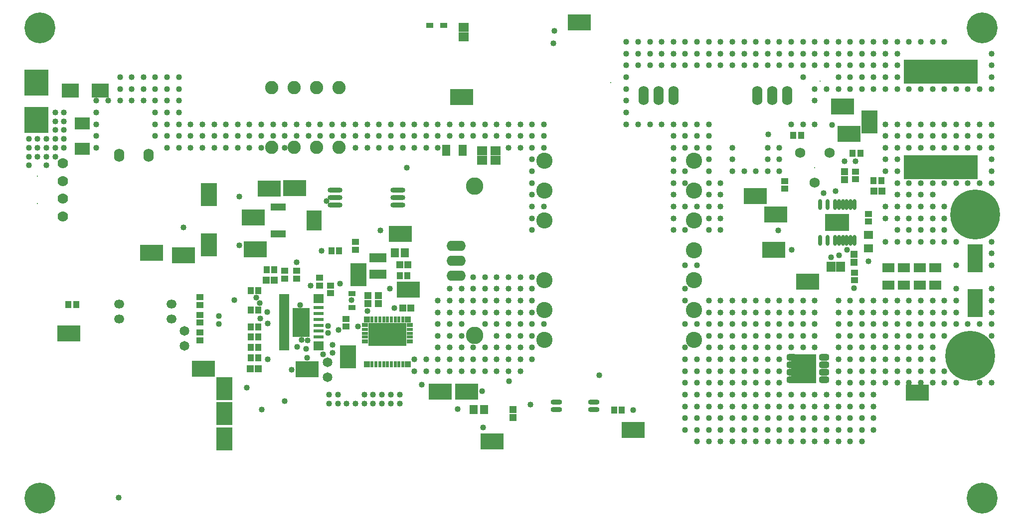
<source format=gbr>
%TF.GenerationSoftware,Altium Limited,Altium Designer,19.0.10 (269)*%
G04 Layer_Color=8388736*
%FSLAX26Y26*%
%MOIN*%
%TF.FileFunction,Soldermask,Top*%
%TF.Part,Single*%
G01*
G75*
%TA.AperFunction,ComponentPad*%
%ADD61C,0.007874*%
%TA.AperFunction,ViaPad*%
%ADD67C,0.047244*%
%TA.AperFunction,SMDPad,CuDef*%
%ADD85R,0.043465X0.047402*%
%ADD87R,0.047402X0.043465*%
%ADD88R,0.065118X0.061181*%
%ADD91R,0.057244X0.074961*%
%ADD93R,0.045433X0.049370*%
%ADD97R,0.055276X0.063150*%
%ADD100R,0.049370X0.035591*%
%TA.AperFunction,ComponentPad*%
%ADD101C,0.069055*%
%ADD102C,0.010000*%
%ADD103C,0.088740*%
%ADD104C,0.116299*%
%ADD105O,0.128110X0.069055*%
%ADD106C,0.070000*%
%ADD107C,0.065118*%
%ADD108O,0.069055X0.088740*%
%ADD109O,0.069055X0.128110*%
%ADD110C,0.108425*%
%TA.AperFunction,ViaPad*%
%ADD111C,0.040000*%
%ADD112C,0.033622*%
%ADD113C,0.206850*%
%TA.AperFunction,SMDPad,CuDef*%
%ADD118O,0.027716X0.072992*%
%ADD119R,0.161969X0.117874*%
%ADD120R,0.160000X0.176929*%
%ADD121R,0.495039X0.160591*%
%ADD122R,0.157606X0.106425*%
%ADD123R,0.100000X0.080000*%
%ADD124R,0.171417X0.193465*%
G04:AMPARAMS|DCode=125|XSize=43.465mil|YSize=67.087mil|CornerRadius=13.366mil|HoleSize=0mil|Usage=FLASHONLY|Rotation=90.000|XOffset=0mil|YOffset=0mil|HoleType=Round|Shape=RoundedRectangle|*
%AMROUNDEDRECTD125*
21,1,0.043465,0.040354,0,0,90.0*
21,1,0.016732,0.067087,0,0,90.0*
1,1,0.026732,0.020177,0.008366*
1,1,0.026732,0.020177,-0.008366*
1,1,0.026732,-0.020177,-0.008366*
1,1,0.026732,-0.020177,0.008366*
%
%ADD125ROUNDEDRECTD125*%
%ADD126R,0.106425X0.157606*%
%ADD127C,0.332835*%
%ADD128O,0.098583X0.035591*%
%ADD129R,0.039370X0.031496*%
%ADD130R,0.251969X0.155512*%
%ADD131R,0.039370X0.039370*%
%ADD132R,0.023622X0.039370*%
%ADD133R,0.039370X0.023622*%
%ADD134R,0.100551X0.189134*%
%ADD135R,0.061181X0.065118*%
%ADD136R,0.049370X0.045433*%
%ADD137R,0.061181X0.053307*%
%ADD138O,0.076929X0.033622*%
%ADD139R,0.116299X0.096614*%
%ADD140R,0.102520X0.137953*%
%ADD141R,0.102520X0.049370*%
%ADD142R,0.116299X0.197008*%
%ADD143R,0.067087X0.021811*%
%ADD144R,0.051181X0.037402*%
%ADD145O,0.069055X0.057244*%
%ADD146R,0.116299X0.061181*%
%ADD147R,0.080866X0.061181*%
D61*
X2409409Y1291181D02*
D03*
X2450748Y1228189D02*
D03*
Y1259685D02*
D03*
Y1291181D02*
D03*
Y1322677D02*
D03*
Y1354173D02*
D03*
X2497598D02*
D03*
Y1322677D02*
D03*
Y1291181D02*
D03*
Y1259685D02*
D03*
Y1228189D02*
D03*
X2544449D02*
D03*
Y1259685D02*
D03*
Y1291181D02*
D03*
Y1322677D02*
D03*
Y1354173D02*
D03*
X2591299D02*
D03*
Y1322677D02*
D03*
Y1291181D02*
D03*
Y1259685D02*
D03*
Y1228189D02*
D03*
X2632638Y1291181D02*
D03*
D67*
X6417323Y1148622D02*
D03*
X6448819Y2094734D02*
D03*
D85*
X5683071Y2505905D02*
D03*
X5631890D02*
D03*
X5822588Y2323002D02*
D03*
X5771407D02*
D03*
X5234252Y2625984D02*
D03*
X5285433D02*
D03*
X1764764Y1727579D02*
D03*
X1713582D02*
D03*
X2197126Y1854331D02*
D03*
X2145945D02*
D03*
X1606299Y1584981D02*
D03*
X1657480D02*
D03*
X1606299Y1456693D02*
D03*
X1657480D02*
D03*
X1606299Y1342520D02*
D03*
X1657480D02*
D03*
X1606299Y1277559D02*
D03*
X1657480D02*
D03*
X1606299Y1206526D02*
D03*
X1657480D02*
D03*
X1606299Y1135492D02*
D03*
X1657480D02*
D03*
X438976Y1492126D02*
D03*
X387795D02*
D03*
X2653957Y1687008D02*
D03*
X2602776D02*
D03*
X4088583Y787402D02*
D03*
X4037402D02*
D03*
D87*
X2141732Y1620079D02*
D03*
Y1568898D02*
D03*
X5648957Y2332677D02*
D03*
Y2383858D02*
D03*
X5642947Y1706693D02*
D03*
Y1655512D02*
D03*
X5736221Y2100394D02*
D03*
Y2049213D02*
D03*
X5177165Y2319892D02*
D03*
Y2268711D02*
D03*
X1913386Y1667323D02*
D03*
Y1718504D02*
D03*
X1834646Y1667323D02*
D03*
Y1718504D02*
D03*
X2244095Y1346210D02*
D03*
Y1397391D02*
D03*
X2307086Y1911417D02*
D03*
Y1860236D02*
D03*
X1265748Y1490236D02*
D03*
Y1541417D02*
D03*
Y1423307D02*
D03*
Y1372126D02*
D03*
Y1305197D02*
D03*
Y1254016D02*
D03*
X2067913Y1620368D02*
D03*
Y1671549D02*
D03*
D88*
X3244095Y2521496D02*
D03*
Y2458504D02*
D03*
X3153543Y2523622D02*
D03*
Y2460630D02*
D03*
X3031496Y3350394D02*
D03*
Y3287401D02*
D03*
D91*
X3023622Y2527559D02*
D03*
X2913386D02*
D03*
D93*
X5772638Y2251968D02*
D03*
X5825787D02*
D03*
X1762628Y1656545D02*
D03*
X1709478D02*
D03*
X1605315Y1064458D02*
D03*
X1658465D02*
D03*
X2678406Y1468504D02*
D03*
X2625256D02*
D03*
X2603347Y1759842D02*
D03*
X2656496D02*
D03*
D97*
X3165402Y787825D02*
D03*
X3096504D02*
D03*
X2569065Y1838750D02*
D03*
X2637963D02*
D03*
D100*
X2895669Y3362992D02*
D03*
X2805118D02*
D03*
D101*
X5377953Y2311024D02*
D03*
X5279528Y2507874D02*
D03*
X5476378D02*
D03*
D102*
X5377953Y2409449D02*
D03*
X180315Y2353543D02*
D03*
Y2168504D02*
D03*
X5412118Y2988360D02*
D03*
X4012118Y2978360D02*
D03*
D103*
X2197638Y2947244D02*
D03*
Y2547244D02*
D03*
X1897638Y2947244D02*
D03*
X2047638D02*
D03*
Y2547244D02*
D03*
X1897638D02*
D03*
X1747638Y2947244D02*
D03*
Y2547244D02*
D03*
D104*
X3104338Y1285819D02*
D03*
Y2285819D02*
D03*
D105*
X2980315Y1685827D02*
D03*
Y1785827D02*
D03*
Y1885827D02*
D03*
D106*
X350394Y2438189D02*
D03*
Y2320079D02*
D03*
Y2201968D02*
D03*
Y2083858D02*
D03*
D107*
X1165354Y1216535D02*
D03*
Y1316535D02*
D03*
X2121581Y1006299D02*
D03*
Y1106299D02*
D03*
D108*
X925197Y2491340D02*
D03*
X728346D02*
D03*
D109*
X5192126Y2892697D02*
D03*
X5092126D02*
D03*
X4992126D02*
D03*
X4232126D02*
D03*
X4332126D02*
D03*
X4432126D02*
D03*
D110*
X4570541Y2456546D02*
D03*
Y2256546D02*
D03*
Y2056546D02*
D03*
Y1856545D02*
D03*
Y1656545D02*
D03*
Y1456545D02*
D03*
Y1256545D02*
D03*
X3570541D02*
D03*
Y1456545D02*
D03*
Y1656545D02*
D03*
Y2056546D02*
D03*
Y2256546D02*
D03*
Y2456546D02*
D03*
D111*
X2081693Y1854331D02*
D03*
X3938568Y1019685D02*
D03*
X3476378Y821685D02*
D03*
X3566932Y1362206D02*
D03*
X3488191Y1677167D02*
D03*
Y1598427D02*
D03*
Y1519686D02*
D03*
Y1440946D02*
D03*
Y1362206D02*
D03*
Y1283466D02*
D03*
Y1204726D02*
D03*
Y1125985D02*
D03*
X3409451Y1677167D02*
D03*
Y1598427D02*
D03*
Y1519686D02*
D03*
Y1440946D02*
D03*
Y1362206D02*
D03*
Y1283466D02*
D03*
Y1204726D02*
D03*
Y1125985D02*
D03*
Y1047245D02*
D03*
X3330711Y1677167D02*
D03*
Y1598427D02*
D03*
Y1519686D02*
D03*
Y1440946D02*
D03*
Y1362206D02*
D03*
Y1283466D02*
D03*
Y1204726D02*
D03*
Y1125985D02*
D03*
Y1047245D02*
D03*
X3251971Y1677167D02*
D03*
Y1598427D02*
D03*
Y1519686D02*
D03*
Y1440946D02*
D03*
Y1362206D02*
D03*
Y1283466D02*
D03*
Y1204726D02*
D03*
Y1125985D02*
D03*
Y1047245D02*
D03*
X3173231Y1677167D02*
D03*
Y1598427D02*
D03*
Y1519686D02*
D03*
Y1440946D02*
D03*
Y1362206D02*
D03*
Y1204726D02*
D03*
Y1125985D02*
D03*
Y1047245D02*
D03*
X3094490Y1677167D02*
D03*
Y1598427D02*
D03*
Y1519686D02*
D03*
Y1440946D02*
D03*
Y1204726D02*
D03*
Y1125985D02*
D03*
Y1047245D02*
D03*
X3015750Y1598427D02*
D03*
Y1519686D02*
D03*
Y1440946D02*
D03*
Y1362206D02*
D03*
Y1283466D02*
D03*
Y1204726D02*
D03*
Y1125985D02*
D03*
Y1047245D02*
D03*
X2937010Y1598427D02*
D03*
Y1519686D02*
D03*
Y1440946D02*
D03*
Y1362206D02*
D03*
Y1283466D02*
D03*
Y1204726D02*
D03*
Y1125985D02*
D03*
Y1047245D02*
D03*
X2858270Y1519686D02*
D03*
Y1440946D02*
D03*
Y1362206D02*
D03*
Y1283466D02*
D03*
Y1204726D02*
D03*
Y1125985D02*
D03*
Y1047245D02*
D03*
X2779530Y1125985D02*
D03*
Y1047245D02*
D03*
X2700789Y1125985D02*
D03*
Y1047245D02*
D03*
X3155000Y912000D02*
D03*
X725000Y199000D02*
D03*
X5535437Y1125985D02*
D03*
X5486105Y1809170D02*
D03*
X1917319Y1208659D02*
D03*
X1496063Y1523622D02*
D03*
X5377956Y2858270D02*
D03*
X5456696Y3173231D02*
D03*
X5377956D02*
D03*
X4433074Y3094490D02*
D03*
Y3173231D02*
D03*
X4196853Y3094490D02*
D03*
X4275593D02*
D03*
X4984255D02*
D03*
Y3173231D02*
D03*
X5141736Y3094490D02*
D03*
X5220476D02*
D03*
Y3173231D02*
D03*
X5299216Y2700789D02*
D03*
X2279523Y1521501D02*
D03*
X2566929Y1468504D02*
D03*
X1984252Y1137795D02*
D03*
X1157480Y2007874D02*
D03*
X1531496Y2216535D02*
D03*
X1988189Y1251968D02*
D03*
X2153539Y1224407D02*
D03*
Y1169289D02*
D03*
X2751968Y956693D02*
D03*
X5492126Y2696850D02*
D03*
X5222441Y1858268D02*
D03*
X5437008Y2240157D02*
D03*
X5133858Y1988189D02*
D03*
X2535433Y1598425D02*
D03*
X2472441Y1988189D02*
D03*
X2114169Y2185035D02*
D03*
X1678912Y790354D02*
D03*
X1881890Y1055118D02*
D03*
X1578740Y937008D02*
D03*
X1719247Y1127209D02*
D03*
X1531496Y1890640D02*
D03*
X1669288Y1399013D02*
D03*
X1913386Y1775508D02*
D03*
X2204724Y1633858D02*
D03*
X2322843Y1346461D02*
D03*
X2192913Y1322835D02*
D03*
X1720473Y1366142D02*
D03*
X1718011Y1443014D02*
D03*
X1667323Y1503937D02*
D03*
X2385827Y1448819D02*
D03*
X5614177Y1125985D02*
D03*
X5535437Y1204726D02*
D03*
X5614177D02*
D03*
X5377956Y1519686D02*
D03*
X5535437Y1440946D02*
D03*
X5377956D02*
D03*
X5299216D02*
D03*
X5220476Y1519686D02*
D03*
Y1440946D02*
D03*
X5299216Y1519686D02*
D03*
X5535437D02*
D03*
X6086618Y1283466D02*
D03*
Y1047245D02*
D03*
X6007878Y1440946D02*
D03*
X6244098Y1283466D02*
D03*
X6086618Y1125985D02*
D03*
X5614177Y1283466D02*
D03*
X5692917Y811025D02*
D03*
X5929138Y1283466D02*
D03*
X6480319Y1362206D02*
D03*
X5929138Y1125985D02*
D03*
X6086618Y1519686D02*
D03*
X5692917Y732284D02*
D03*
X5850397Y968505D02*
D03*
X5929138Y1047245D02*
D03*
X5535437Y1362206D02*
D03*
X5614177Y574804D02*
D03*
X5771657Y811025D02*
D03*
X6559059Y1440946D02*
D03*
X5850397Y1047245D02*
D03*
X5535437Y653544D02*
D03*
Y732284D02*
D03*
X5771657Y1125985D02*
D03*
X5850397Y1440946D02*
D03*
X6559059Y1362206D02*
D03*
X5771657D02*
D03*
X5535437Y811025D02*
D03*
X5692917Y574804D02*
D03*
X5456696Y889765D02*
D03*
X4984255Y2385829D02*
D03*
X6007878Y1204726D02*
D03*
X5771657Y653544D02*
D03*
X6244098Y1440946D02*
D03*
X5614177Y968505D02*
D03*
X5062995Y2464569D02*
D03*
X5850397Y1362206D02*
D03*
X6007878Y1519686D02*
D03*
X5535437Y1047245D02*
D03*
X6244098D02*
D03*
X6165358Y1204726D02*
D03*
X5692917Y889765D02*
D03*
X6165358Y1283466D02*
D03*
X4826775Y2543309D02*
D03*
X5614177Y1362206D02*
D03*
X6086618Y1204726D02*
D03*
X5929138D02*
D03*
X5771657Y1440946D02*
D03*
X4826775Y2464569D02*
D03*
X5929138Y1519686D02*
D03*
X6165358Y1047245D02*
D03*
X5771657Y1519686D02*
D03*
X6559059Y1283466D02*
D03*
X5535437Y574804D02*
D03*
X5771657Y1204726D02*
D03*
X6165358Y1125985D02*
D03*
X5692917D02*
D03*
X6007878Y1283466D02*
D03*
X6086618Y1362206D02*
D03*
X6244098D02*
D03*
X5062995Y2385829D02*
D03*
X6007878Y968505D02*
D03*
X5692917Y1204726D02*
D03*
X5535437Y968505D02*
D03*
X6559059D02*
D03*
X5535437Y1283466D02*
D03*
X5456696Y574804D02*
D03*
X6322839Y1440946D02*
D03*
X5141736Y2385829D02*
D03*
X6401579Y1362206D02*
D03*
X5614177Y653544D02*
D03*
X5456696Y811025D02*
D03*
X5692917Y1440946D02*
D03*
X6559059Y1519686D02*
D03*
X5692917Y1362206D02*
D03*
X5771657Y1283466D02*
D03*
X5456696Y653544D02*
D03*
X5929138Y1440946D02*
D03*
X5850397Y1283466D02*
D03*
X6244098Y1519686D02*
D03*
X5614177Y811025D02*
D03*
X5141736Y2543309D02*
D03*
X5692917Y653544D02*
D03*
X5614177Y889765D02*
D03*
X5850397Y1519686D02*
D03*
X5929138Y968505D02*
D03*
X6165358Y1440946D02*
D03*
X6086618Y968505D02*
D03*
X5692917D02*
D03*
X5771657Y732284D02*
D03*
X5614177Y1440946D02*
D03*
X6007878Y1125985D02*
D03*
X4905515Y2385829D02*
D03*
X6322839Y968505D02*
D03*
X6165358D02*
D03*
X6322839Y1598427D02*
D03*
X5141736Y2464569D02*
D03*
X5614177Y1047245D02*
D03*
X5535437Y889765D02*
D03*
X6244098Y968505D02*
D03*
X5850397Y1125985D02*
D03*
X6322839Y1519686D02*
D03*
X6480319Y968505D02*
D03*
X5850397Y1204726D02*
D03*
X5929138Y1362206D02*
D03*
X5614177Y732284D02*
D03*
X6165358Y1519686D02*
D03*
X5771657Y889765D02*
D03*
Y1047245D02*
D03*
X6559059Y1598427D02*
D03*
X5456696Y732284D02*
D03*
X5692917Y1047245D02*
D03*
X6007878D02*
D03*
X5692917Y1283466D02*
D03*
X5771657Y968505D02*
D03*
X6007878Y1362206D02*
D03*
X4826775Y2385829D02*
D03*
X6165358Y1362206D02*
D03*
X5062995Y2543309D02*
D03*
X5692917Y1519686D02*
D03*
X6322839Y1362206D02*
D03*
X5614177Y1519686D02*
D03*
X6086618Y1440946D02*
D03*
X358267Y2779526D02*
D03*
Y2720471D02*
D03*
Y2661416D02*
D03*
Y2602361D02*
D03*
Y2543306D02*
D03*
X299212Y2779526D02*
D03*
Y2720471D02*
D03*
Y2661416D02*
D03*
Y2602361D02*
D03*
Y2543306D02*
D03*
Y2484251D02*
D03*
X240157Y2602361D02*
D03*
Y2543306D02*
D03*
Y2484251D02*
D03*
Y2425196D02*
D03*
X181102Y2602361D02*
D03*
Y2543306D02*
D03*
Y2484251D02*
D03*
X122047Y2602361D02*
D03*
Y2543306D02*
D03*
Y2484251D02*
D03*
Y2425196D02*
D03*
X2602361Y889763D02*
D03*
Y830708D02*
D03*
X2543306Y889763D02*
D03*
Y830708D02*
D03*
X2484251Y889763D02*
D03*
Y830708D02*
D03*
X2425196Y889763D02*
D03*
Y830708D02*
D03*
X2366141Y889763D02*
D03*
Y830708D02*
D03*
X2307086D02*
D03*
X2248030D02*
D03*
X2188975Y889763D02*
D03*
Y830708D02*
D03*
X2129920Y889763D02*
D03*
Y830708D02*
D03*
X3566932Y2700789D02*
D03*
Y2622049D02*
D03*
Y2543309D02*
D03*
Y2149608D02*
D03*
X3488191Y2700789D02*
D03*
Y2622049D02*
D03*
Y2543309D02*
D03*
Y2464569D02*
D03*
Y2385829D02*
D03*
Y2307088D02*
D03*
Y2228348D02*
D03*
Y2149608D02*
D03*
Y2070868D02*
D03*
Y1992128D02*
D03*
X3409451Y2700789D02*
D03*
Y2622049D02*
D03*
Y2543309D02*
D03*
X3330711Y2700789D02*
D03*
Y2622049D02*
D03*
Y2543309D02*
D03*
X3251971Y2700789D02*
D03*
Y2622049D02*
D03*
X3173231Y2700789D02*
D03*
Y2622049D02*
D03*
X3094490Y2700789D02*
D03*
Y2622049D02*
D03*
X3015750Y2700789D02*
D03*
Y2622049D02*
D03*
X2937010Y2700789D02*
D03*
Y2622049D02*
D03*
X2858270Y2700789D02*
D03*
Y2622049D02*
D03*
Y2543309D02*
D03*
X2779530Y2700789D02*
D03*
Y2622049D02*
D03*
Y2543309D02*
D03*
X2700789Y2700789D02*
D03*
Y2622049D02*
D03*
Y2543309D02*
D03*
X2622049Y2700789D02*
D03*
Y2622049D02*
D03*
Y2543309D02*
D03*
X2543309Y2700789D02*
D03*
Y2622049D02*
D03*
Y2543309D02*
D03*
X2464569Y2700789D02*
D03*
Y2622049D02*
D03*
Y2543309D02*
D03*
X2385829Y2700789D02*
D03*
Y2622049D02*
D03*
Y2543309D02*
D03*
X2307088Y2700789D02*
D03*
Y2622049D02*
D03*
Y2543309D02*
D03*
X2228348Y2700789D02*
D03*
Y2622049D02*
D03*
X2149608Y2700789D02*
D03*
Y2622049D02*
D03*
X2070868Y2700789D02*
D03*
Y2622049D02*
D03*
X1992128Y2700789D02*
D03*
Y2622049D02*
D03*
X1913387Y2700789D02*
D03*
Y2622049D02*
D03*
X1834647Y2700789D02*
D03*
Y2622049D02*
D03*
Y2543309D02*
D03*
X1755907Y2700789D02*
D03*
Y2622049D02*
D03*
X1677167Y2700789D02*
D03*
Y2622049D02*
D03*
Y2543309D02*
D03*
X1598427Y2700789D02*
D03*
Y2622049D02*
D03*
Y2543309D02*
D03*
X1519686Y2700789D02*
D03*
Y2622049D02*
D03*
Y2543309D02*
D03*
X1440946Y2700789D02*
D03*
Y2622049D02*
D03*
Y2543309D02*
D03*
X1362206Y2700789D02*
D03*
Y2622049D02*
D03*
Y2543309D02*
D03*
X1283466Y2700789D02*
D03*
Y2622049D02*
D03*
Y2543309D02*
D03*
X1204726Y2700789D02*
D03*
Y2622049D02*
D03*
Y2543309D02*
D03*
X1125985Y3015750D02*
D03*
Y2937010D02*
D03*
Y2858270D02*
D03*
Y2779530D02*
D03*
Y2700789D02*
D03*
Y2622049D02*
D03*
Y2543309D02*
D03*
X1047245Y3015750D02*
D03*
Y2937010D02*
D03*
Y2858270D02*
D03*
Y2779530D02*
D03*
Y2700789D02*
D03*
Y2622049D02*
D03*
Y2543309D02*
D03*
X968505Y3015750D02*
D03*
Y2937010D02*
D03*
Y2858270D02*
D03*
Y2779530D02*
D03*
Y2700789D02*
D03*
Y2622049D02*
D03*
X889765Y3015750D02*
D03*
Y2937010D02*
D03*
Y2858270D02*
D03*
X811025Y3015750D02*
D03*
Y2937010D02*
D03*
Y2858270D02*
D03*
X732284Y3015750D02*
D03*
Y2937010D02*
D03*
Y2858270D02*
D03*
X653544D02*
D03*
X574804D02*
D03*
Y2779530D02*
D03*
Y2700789D02*
D03*
Y2622049D02*
D03*
Y2543309D02*
D03*
X6559059Y2700789D02*
D03*
Y2622049D02*
D03*
Y2543309D02*
D03*
Y2464569D02*
D03*
Y2385829D02*
D03*
Y2307088D02*
D03*
Y1913387D02*
D03*
Y1834647D02*
D03*
Y1755907D02*
D03*
X6480319Y2700789D02*
D03*
Y2622049D02*
D03*
Y2543309D02*
D03*
Y2307088D02*
D03*
X6401579Y2700789D02*
D03*
Y2622049D02*
D03*
Y2543309D02*
D03*
Y2307088D02*
D03*
X6322839Y2700789D02*
D03*
Y2622049D02*
D03*
Y2543309D02*
D03*
Y2307088D02*
D03*
Y1913387D02*
D03*
Y1755907D02*
D03*
X6244098Y2700789D02*
D03*
Y2622049D02*
D03*
Y2543309D02*
D03*
Y2307088D02*
D03*
Y2149608D02*
D03*
Y2070868D02*
D03*
Y1992128D02*
D03*
Y1913387D02*
D03*
X6165358Y2700789D02*
D03*
Y2622049D02*
D03*
Y2543309D02*
D03*
Y2307088D02*
D03*
Y2228348D02*
D03*
Y2149608D02*
D03*
Y2070868D02*
D03*
Y1992128D02*
D03*
Y1913387D02*
D03*
X6086618Y2700789D02*
D03*
Y2622049D02*
D03*
Y2543309D02*
D03*
Y2307088D02*
D03*
Y2228348D02*
D03*
Y2149608D02*
D03*
Y2070868D02*
D03*
Y1992128D02*
D03*
Y1913387D02*
D03*
X6007878Y2700789D02*
D03*
Y2622049D02*
D03*
Y2543309D02*
D03*
Y2307088D02*
D03*
Y2228348D02*
D03*
Y2149608D02*
D03*
Y2070868D02*
D03*
Y1992128D02*
D03*
Y1913387D02*
D03*
X5929138Y2700789D02*
D03*
Y2622049D02*
D03*
Y2543309D02*
D03*
Y2464569D02*
D03*
Y2385829D02*
D03*
Y2307088D02*
D03*
Y2228348D02*
D03*
Y2149608D02*
D03*
Y2070868D02*
D03*
Y1992128D02*
D03*
Y1913387D02*
D03*
X5850397Y2700789D02*
D03*
Y2622049D02*
D03*
Y2543309D02*
D03*
Y2464569D02*
D03*
Y2385829D02*
D03*
Y2149608D02*
D03*
Y2070868D02*
D03*
Y1913387D02*
D03*
X6559059Y3173231D02*
D03*
Y3094490D02*
D03*
Y3015750D02*
D03*
Y2937010D02*
D03*
X6480319D02*
D03*
X6401579D02*
D03*
X6322839D02*
D03*
X6244098Y3251971D02*
D03*
Y2937010D02*
D03*
X6165358Y3251971D02*
D03*
Y2937010D02*
D03*
X6086618Y3251971D02*
D03*
Y2937010D02*
D03*
X6007878Y3251971D02*
D03*
Y2937010D02*
D03*
X5929138Y3251971D02*
D03*
Y3173231D02*
D03*
Y3094490D02*
D03*
Y3015750D02*
D03*
Y2937010D02*
D03*
X5850397Y3251971D02*
D03*
Y3173231D02*
D03*
Y3094490D02*
D03*
Y3015750D02*
D03*
Y2937010D02*
D03*
X5771657Y3251971D02*
D03*
Y3173231D02*
D03*
Y3094490D02*
D03*
Y3015750D02*
D03*
Y2937010D02*
D03*
X5692917Y3251971D02*
D03*
Y3173231D02*
D03*
Y3094490D02*
D03*
Y3015750D02*
D03*
Y2937010D02*
D03*
X5614177Y3251971D02*
D03*
Y3173231D02*
D03*
Y3094490D02*
D03*
Y3015750D02*
D03*
Y2937010D02*
D03*
X5535437Y3251971D02*
D03*
Y3173231D02*
D03*
Y3094490D02*
D03*
Y3015750D02*
D03*
Y2937010D02*
D03*
X5456696Y3251971D02*
D03*
Y3094490D02*
D03*
Y2937010D02*
D03*
X5377956Y3251971D02*
D03*
Y3094490D02*
D03*
Y2937010D02*
D03*
Y2700789D02*
D03*
X5299216Y3251971D02*
D03*
Y3173231D02*
D03*
Y3094490D02*
D03*
Y3015750D02*
D03*
X5220476Y3251971D02*
D03*
Y2700789D02*
D03*
X5141736Y3251971D02*
D03*
Y3173231D02*
D03*
X5062995Y3251971D02*
D03*
Y3173231D02*
D03*
Y3094490D02*
D03*
X4984255Y3251971D02*
D03*
X4905515D02*
D03*
Y3173231D02*
D03*
Y3094490D02*
D03*
X4826775Y3251971D02*
D03*
Y3173231D02*
D03*
Y3094490D02*
D03*
X4748035Y3251971D02*
D03*
Y3173231D02*
D03*
Y3094490D02*
D03*
Y2307088D02*
D03*
Y2228348D02*
D03*
Y2149608D02*
D03*
Y2070868D02*
D03*
Y1992128D02*
D03*
X4669294Y3251971D02*
D03*
Y3173231D02*
D03*
Y3094490D02*
D03*
Y2700789D02*
D03*
Y2622049D02*
D03*
Y2543309D02*
D03*
Y2464569D02*
D03*
Y2385829D02*
D03*
Y2307088D02*
D03*
Y2228348D02*
D03*
Y2149608D02*
D03*
Y2070868D02*
D03*
Y1992128D02*
D03*
X4590554Y3251971D02*
D03*
Y3173231D02*
D03*
Y3094490D02*
D03*
Y2700789D02*
D03*
Y2622049D02*
D03*
Y2543309D02*
D03*
Y2149608D02*
D03*
X4511814Y3251971D02*
D03*
Y3173231D02*
D03*
Y3094490D02*
D03*
Y2700789D02*
D03*
Y2622049D02*
D03*
Y2543309D02*
D03*
Y2385829D02*
D03*
Y2307088D02*
D03*
Y2149608D02*
D03*
Y1992128D02*
D03*
X4433074Y3251971D02*
D03*
Y2700789D02*
D03*
Y2622049D02*
D03*
Y2543309D02*
D03*
Y2464569D02*
D03*
Y2385829D02*
D03*
Y2307088D02*
D03*
Y2228348D02*
D03*
Y2149608D02*
D03*
Y2070868D02*
D03*
Y1992128D02*
D03*
X4354334Y3251971D02*
D03*
Y3173231D02*
D03*
Y3094490D02*
D03*
Y2700789D02*
D03*
X4275593Y3251971D02*
D03*
Y3173231D02*
D03*
Y2700789D02*
D03*
X4196853Y3251971D02*
D03*
Y3173231D02*
D03*
Y2700789D02*
D03*
X4118113Y3251971D02*
D03*
Y3173231D02*
D03*
Y3094490D02*
D03*
Y3015750D02*
D03*
Y2937010D02*
D03*
Y2858270D02*
D03*
Y2779530D02*
D03*
Y2700789D02*
D03*
X5377956Y1362206D02*
D03*
Y1283466D02*
D03*
Y1204726D02*
D03*
Y889765D02*
D03*
Y811025D02*
D03*
Y732284D02*
D03*
Y653544D02*
D03*
Y574804D02*
D03*
X5299216Y1362206D02*
D03*
Y1283466D02*
D03*
Y1204726D02*
D03*
Y889765D02*
D03*
Y811025D02*
D03*
Y732284D02*
D03*
Y653544D02*
D03*
Y574804D02*
D03*
X5220476Y1362206D02*
D03*
Y1283466D02*
D03*
Y1204726D02*
D03*
Y889765D02*
D03*
Y811025D02*
D03*
Y732284D02*
D03*
Y653544D02*
D03*
Y574804D02*
D03*
X5141736Y1519686D02*
D03*
Y1440946D02*
D03*
Y1362206D02*
D03*
Y1283466D02*
D03*
Y1204726D02*
D03*
Y1125985D02*
D03*
Y1047245D02*
D03*
Y968505D02*
D03*
Y889765D02*
D03*
Y811025D02*
D03*
Y732284D02*
D03*
Y653544D02*
D03*
Y574804D02*
D03*
X5062995Y1519686D02*
D03*
Y1440946D02*
D03*
Y1362206D02*
D03*
Y1283466D02*
D03*
Y1204726D02*
D03*
Y1125985D02*
D03*
Y1047245D02*
D03*
Y968505D02*
D03*
Y889765D02*
D03*
Y811025D02*
D03*
Y732284D02*
D03*
Y653544D02*
D03*
Y574804D02*
D03*
X4984255Y1519686D02*
D03*
Y1440946D02*
D03*
Y1362206D02*
D03*
Y1283466D02*
D03*
Y1204726D02*
D03*
Y1125985D02*
D03*
Y1047245D02*
D03*
Y968505D02*
D03*
Y889765D02*
D03*
Y811025D02*
D03*
Y732284D02*
D03*
Y653544D02*
D03*
Y574804D02*
D03*
X4905515Y1519686D02*
D03*
Y1440946D02*
D03*
Y1362206D02*
D03*
Y1283466D02*
D03*
Y1204726D02*
D03*
Y1125985D02*
D03*
Y1047245D02*
D03*
Y968505D02*
D03*
Y889765D02*
D03*
Y811025D02*
D03*
Y732284D02*
D03*
Y653544D02*
D03*
Y574804D02*
D03*
X4826775Y1519686D02*
D03*
Y1440946D02*
D03*
Y1362206D02*
D03*
Y1283466D02*
D03*
Y1204726D02*
D03*
Y1125985D02*
D03*
Y1047245D02*
D03*
Y968505D02*
D03*
Y889765D02*
D03*
Y811025D02*
D03*
Y732284D02*
D03*
Y653544D02*
D03*
Y574804D02*
D03*
X4748035Y1519686D02*
D03*
Y1440946D02*
D03*
Y1362206D02*
D03*
Y1283466D02*
D03*
Y1204726D02*
D03*
Y1125985D02*
D03*
Y1047245D02*
D03*
Y968505D02*
D03*
Y889765D02*
D03*
Y811025D02*
D03*
Y732284D02*
D03*
Y653544D02*
D03*
Y574804D02*
D03*
X4669294Y1519686D02*
D03*
Y1440946D02*
D03*
Y1362206D02*
D03*
Y1283466D02*
D03*
Y1204726D02*
D03*
Y1125985D02*
D03*
Y1047245D02*
D03*
Y968505D02*
D03*
Y889765D02*
D03*
Y811025D02*
D03*
Y732284D02*
D03*
Y653544D02*
D03*
Y574804D02*
D03*
X4590554Y1755907D02*
D03*
Y1362206D02*
D03*
Y1125985D02*
D03*
Y1047245D02*
D03*
Y968505D02*
D03*
Y889765D02*
D03*
Y811025D02*
D03*
Y732284D02*
D03*
Y653544D02*
D03*
Y574804D02*
D03*
X4511814Y1755907D02*
D03*
Y1598427D02*
D03*
Y1519686D02*
D03*
Y1362206D02*
D03*
Y1204726D02*
D03*
Y1125985D02*
D03*
Y1047245D02*
D03*
Y968505D02*
D03*
Y889765D02*
D03*
Y811025D02*
D03*
Y732284D02*
D03*
Y653544D02*
D03*
X5066929Y2633858D02*
D03*
X2649606Y2409449D02*
D03*
X2090551Y1159193D02*
D03*
X5736221Y1782087D02*
D03*
X5649606Y2452756D02*
D03*
X5577923Y2451792D02*
D03*
X1393701Y1417323D02*
D03*
Y1362205D02*
D03*
X1937004Y1488186D02*
D03*
X1945589Y1256545D02*
D03*
X1976374Y1196848D02*
D03*
X2007874Y1618110D02*
D03*
X1834646Y846457D02*
D03*
X3334646Y980315D02*
D03*
X3159709Y669291D02*
D03*
X3629921Y3244095D02*
D03*
X3637795Y3326772D02*
D03*
X5641565Y1604331D02*
D03*
X2989220Y791762D02*
D03*
X4165354Y787402D02*
D03*
X5594488Y1858268D02*
D03*
X5540354Y1822835D02*
D03*
X5515748Y2251968D02*
D03*
X1643701Y1539370D02*
D03*
X2122047Y1350394D02*
D03*
Y1303150D02*
D03*
D112*
X5484252Y2021654D02*
D03*
Y2064961D02*
D03*
X5527559Y2021654D02*
D03*
Y2064961D02*
D03*
X5570866Y2021654D02*
D03*
Y2064961D02*
D03*
D113*
X196850Y3346457D02*
D03*
X6496063D02*
D03*
Y196850D02*
D03*
X196850D02*
D03*
D118*
X5412402Y1923228D02*
D03*
X5463583D02*
D03*
X5514764D02*
D03*
X5540354D02*
D03*
X5565945D02*
D03*
X5591535D02*
D03*
X5617126D02*
D03*
X5642717D02*
D03*
X5412402Y2163386D02*
D03*
X5463583D02*
D03*
X5514764D02*
D03*
X5540354D02*
D03*
X5565945D02*
D03*
X5591535D02*
D03*
X5617126D02*
D03*
X5642717D02*
D03*
D119*
X5527559Y2043307D02*
D03*
D120*
X173622Y2981102D02*
D03*
Y2729921D02*
D03*
D121*
X6220472Y3052067D02*
D03*
Y2412500D02*
D03*
D122*
X3221000Y576000D02*
D03*
X6062992Y901575D02*
D03*
X3049053Y911124D02*
D03*
X2874016D02*
D03*
X4165354Y653544D02*
D03*
X1984252Y1057992D02*
D03*
X944882Y1838750D02*
D03*
X2661194Y1593273D02*
D03*
X3803150Y3381890D02*
D03*
X5606299Y2637795D02*
D03*
X5564025Y2817865D02*
D03*
X5330709Y1645669D02*
D03*
X5102362Y1858268D02*
D03*
X5116142Y2094734D02*
D03*
X389764Y1301024D02*
D03*
X4979140Y2220472D02*
D03*
X1635507Y1862205D02*
D03*
X1901575Y2271653D02*
D03*
X1731946Y2270900D02*
D03*
X1623919Y2074695D02*
D03*
X1157480Y1822835D02*
D03*
X1290449Y1062992D02*
D03*
X3015748Y2881890D02*
D03*
X2606299Y1964567D02*
D03*
D123*
X478927Y2707758D02*
D03*
Y2536340D02*
D03*
D124*
X5303150Y1062992D02*
D03*
D125*
X5438976Y987992D02*
D03*
Y1037992D02*
D03*
Y1087992D02*
D03*
Y1137992D02*
D03*
X5222441D02*
D03*
Y1087992D02*
D03*
Y1037992D02*
D03*
Y987992D02*
D03*
D126*
X1429134Y929134D02*
D03*
Y761518D02*
D03*
Y593902D02*
D03*
X2255905Y1144002D02*
D03*
X2326541Y1692238D02*
D03*
X5744095Y2716535D02*
D03*
X1326772Y1893114D02*
D03*
Y2228347D02*
D03*
D127*
X6417323Y1148622D02*
D03*
X6448819Y2094734D02*
D03*
D128*
X2171535Y2257908D02*
D03*
Y2207908D02*
D03*
Y2157908D02*
D03*
X2588858Y2257908D02*
D03*
Y2207908D02*
D03*
Y2157908D02*
D03*
D129*
X2371417Y1356142D02*
D03*
X2670630Y1245906D02*
D03*
Y1356142D02*
D03*
X2371417Y1245906D02*
D03*
D130*
X2521023Y1291181D02*
D03*
D131*
X2385197Y1094331D02*
D03*
X2656850D02*
D03*
X2385197Y1393543D02*
D03*
X2656850D02*
D03*
D132*
X2418661Y1094331D02*
D03*
X2444252D02*
D03*
X2469842D02*
D03*
X2495433D02*
D03*
X2521023D02*
D03*
X2546614D02*
D03*
X2572205D02*
D03*
X2597795D02*
D03*
X2623386D02*
D03*
X2418661Y1393543D02*
D03*
X2623386D02*
D03*
X2597795D02*
D03*
X2572205D02*
D03*
X2546614D02*
D03*
X2521023D02*
D03*
X2495433D02*
D03*
X2469842D02*
D03*
X2444252D02*
D03*
D133*
X2670630Y1326614D02*
D03*
Y1301024D02*
D03*
Y1275433D02*
D03*
X2371417Y1326614D02*
D03*
Y1301024D02*
D03*
Y1275433D02*
D03*
D134*
X6448819Y1503937D02*
D03*
Y1803150D02*
D03*
D135*
X5488189Y1747278D02*
D03*
X5551181D02*
D03*
D136*
X5641900Y1776742D02*
D03*
Y1829892D02*
D03*
X5577923Y2328189D02*
D03*
Y2381338D02*
D03*
X3360000Y737425D02*
D03*
Y790575D02*
D03*
X2389596Y1553150D02*
D03*
Y1500000D02*
D03*
X2460630D02*
D03*
Y1553150D02*
D03*
D137*
X5736221Y1868110D02*
D03*
Y1958661D02*
D03*
D138*
X3651407Y837825D02*
D03*
Y787825D02*
D03*
X3899439Y837825D02*
D03*
Y787825D02*
D03*
D139*
X399606Y2924579D02*
D03*
X600394D02*
D03*
D140*
X2029636Y2055118D02*
D03*
D141*
X1791447Y1964567D02*
D03*
Y2145669D02*
D03*
D142*
X1944882Y1374016D02*
D03*
D143*
X2059055Y1551181D02*
D03*
Y1531496D02*
D03*
Y1511811D02*
D03*
Y1472441D02*
D03*
Y1433071D02*
D03*
Y1393701D02*
D03*
Y1354331D02*
D03*
Y1314961D02*
D03*
Y1275591D02*
D03*
Y1236220D02*
D03*
Y1216535D02*
D03*
Y1196850D02*
D03*
X1830709D02*
D03*
Y1216535D02*
D03*
Y1236220D02*
D03*
Y1255906D02*
D03*
Y1275591D02*
D03*
Y1295275D02*
D03*
Y1314961D02*
D03*
Y1334646D02*
D03*
Y1354331D02*
D03*
Y1374016D02*
D03*
Y1393701D02*
D03*
Y1413386D02*
D03*
Y1433071D02*
D03*
Y1452756D02*
D03*
Y1472441D02*
D03*
Y1492126D02*
D03*
Y1511811D02*
D03*
Y1531496D02*
D03*
Y1551181D02*
D03*
D144*
X2282480Y1566929D02*
D03*
Y1472441D02*
D03*
D145*
X726378Y1395535D02*
D03*
Y1495535D02*
D03*
X1076772D02*
D03*
Y1395535D02*
D03*
D146*
X2456693Y1696850D02*
D03*
Y1807087D02*
D03*
D147*
X5870079Y1624015D02*
D03*
Y1738189D02*
D03*
X5974577Y1624016D02*
D03*
Y1738189D02*
D03*
X6079075Y1624016D02*
D03*
Y1738189D02*
D03*
X6183573Y1624016D02*
D03*
Y1738189D02*
D03*
%TF.MD5,e33fcea0d7d97125a6360007fbc57814*%
M02*

</source>
